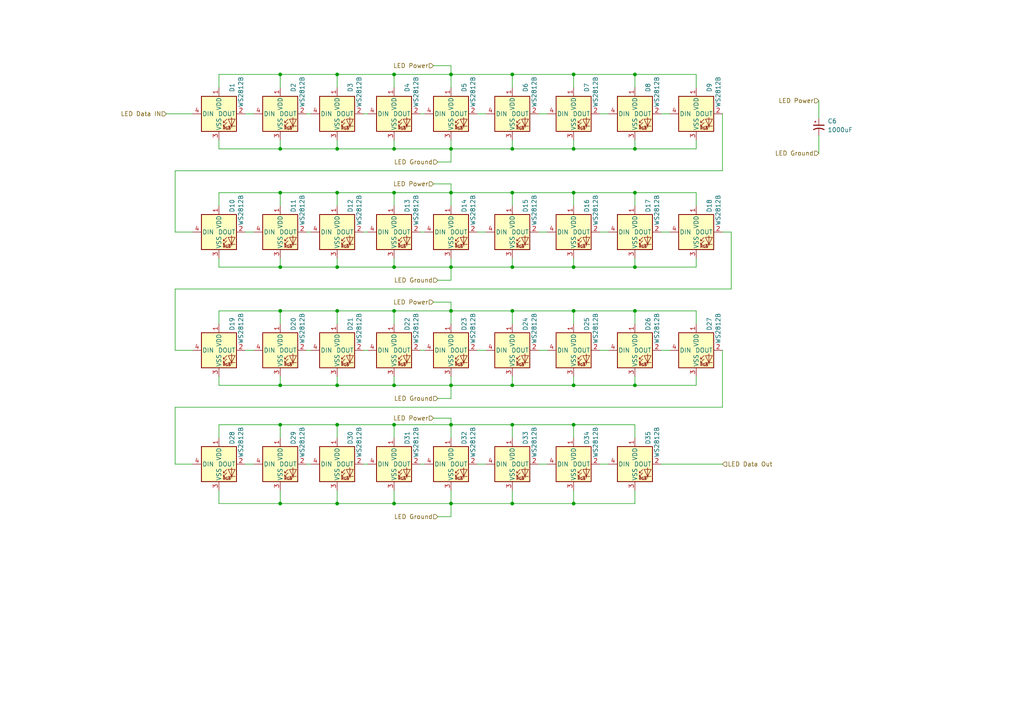
<source format=kicad_sch>
(kicad_sch (version 20211123) (generator eeschema)
  (paper "A4")
  (lib_symbols
    (symbol "Device:C_Polarized_Small_US" (pin_numbers hide) (pin_names (offset 0.254) hide)
      (property "Reference" "C" (at 0.254 1.778 0))
      (property "Value" "C_Polarized_Small_US" (at 0.254 -2.032 0))
      (symbol "C_Polarized_Small_US_0_1"
        (polyline (pts (xy -1.524 0.508) (xy 1.524 0.508)) (stroke (width 0.3048)))
        (polyline (pts (xy -1.27 1.524) (xy -0.762 1.524)))
        (polyline (pts (xy -1.016 1.27) (xy -1.016 1.778)))
        (arc (start 1.524 -0.762) (mid 0 -0.3734) (end -1.524 -0.762) (stroke (width 0.3048)))
      )
      (symbol "C_Polarized_Small_US_1_1"
        (pin passive line (at 0 2.54 270) (length 2.032) (name "~") (number "1"))
        (pin passive line (at 0 -2.54 90) (length 2.032) (name "~") (number "2"))
      )
    )
    (symbol "LED:WS2812B" (pin_names (offset 0.254))
      (property "Reference" "D" (at 5.08 5.715 0))
      (property "Value" "WS2812B" (at 1.27 -5.715 0))
      (symbol "WS2812B_0_0"
        (text "RGB" (at 2.286 -4.191 0) (effects (font (size 0.762 0.762))))
      )
      (symbol "WS2812B_0_1"
        (polyline (pts (xy 1.27 -3.556) (xy 1.778 -3.556)))
        (polyline (pts (xy 1.27 -2.54) (xy 1.778 -2.54)))
        (polyline (pts (xy 4.699 -3.556) (xy 2.667 -3.556)))
        (polyline (pts (xy 2.286 -2.54) (xy 1.27 -3.556) (xy 1.27 -3.048)))
        (polyline (pts (xy 2.286 -1.524) (xy 1.27 -2.54) (xy 1.27 -2.032)))
        (polyline (pts (xy 3.683 -1.016) (xy 3.683 -3.556) (xy 3.683 -4.064)))
        (polyline (pts (xy 4.699 -1.524) (xy 2.667 -1.524) (xy 3.683 -3.556) (xy 4.699 -1.524)))
        (rectangle (start 5.08 5.08) (end -5.08 -5.08) (stroke (width 0.254)) (fill (type background)))
      )
      (symbol "WS2812B_1_1"
        (pin power_in line (at 0 7.62 270) (length 2.54) (name "VDD") (number "1"))
        (pin output line (at 7.62 0 180) (length 2.54) (name "DOUT") (number "2"))
        (pin power_in line (at 0 -7.62 90) (length 2.54) (name "VSS") (number "3"))
        (pin input line (at -7.62 0 0) (length 2.54) (name "DIN") (number "4"))
      )
    )
  )
  (junction (at 97.79 77.47))
  (junction (at 148.59 43.18))
  (junction (at 184.15 90.17))
  (junction (at 81.28 43.18))
  (junction (at 130.81 146.05))
  (junction (at 148.59 21.59))
  (junction (at 130.81 55.88))
  (junction (at 81.28 123.19))
  (junction (at 97.79 123.19))
  (junction (at 148.59 111.76))
  (junction (at 166.37 55.88))
  (junction (at 148.59 90.17))
  (junction (at 81.28 21.59))
  (junction (at 81.28 146.05))
  (junction (at 97.79 21.59))
  (junction (at 81.28 90.17))
  (junction (at 130.81 21.59))
  (junction (at 184.15 21.59))
  (junction (at 130.81 90.17))
  (junction (at 114.3 55.88))
  (junction (at 81.28 77.47))
  (junction (at 97.79 90.17))
  (junction (at 148.59 146.05))
  (junction (at 184.15 43.18))
  (junction (at 81.28 55.88))
  (junction (at 81.28 111.76))
  (junction (at 184.15 55.88))
  (junction (at 184.15 77.47))
  (junction (at 166.37 43.18))
  (junction (at 148.59 77.47))
  (junction (at 130.81 43.18))
  (junction (at 166.37 146.05))
  (junction (at 166.37 77.47))
  (junction (at 166.37 90.17))
  (junction (at 130.81 123.19))
  (junction (at 148.59 55.88))
  (junction (at 114.3 146.05))
  (junction (at 97.79 43.18))
  (junction (at 166.37 111.76))
  (junction (at 166.37 21.59))
  (junction (at 97.79 146.05))
  (junction (at 130.81 111.76))
  (junction (at 184.15 111.76))
  (junction (at 97.79 55.88))
  (junction (at 114.3 77.47))
  (junction (at 114.3 21.59))
  (junction (at 114.3 90.17))
  (junction (at 130.81 77.47))
  (junction (at 97.79 111.76))
  (junction (at 166.37 123.19))
  (junction (at 114.3 123.19))
  (junction (at 114.3 111.76))
  (junction (at 148.59 123.19))
  (junction (at 114.3 43.18))
  (wire (pts (xy 81.28 90.17) (xy 63.5 90.17)))
  (wire (pts (xy 81.28 77.47) (xy 81.28 74.93)))
  (wire (pts (xy 148.59 111.76) (xy 148.59 109.22)))
  (wire (pts (xy 63.5 142.24) (xy 63.5 146.05)))
  (wire (pts (xy 166.37 43.18) (xy 184.15 43.18)))
  (wire (pts (xy 125.73 87.63) (xy 130.81 87.63)))
  (wire (pts (xy 97.79 90.17) (xy 114.3 90.17)))
  (wire (pts (xy 184.15 111.76) (xy 184.15 109.22)))
  (wire (pts (xy 97.79 111.76) (xy 114.3 111.76)))
  (wire (pts (xy 166.37 123.19) (xy 166.37 127)))
  (wire (pts (xy 114.3 146.05) (xy 130.81 146.05)))
  (wire (pts (xy 97.79 77.47) (xy 114.3 77.47)))
  (wire (pts (xy 184.15 55.88) (xy 201.93 55.88)))
  (wire (pts (xy 184.15 55.88) (xy 184.15 59.69)))
  (wire (pts (xy 130.81 111.76) (xy 130.81 115.57)))
  (wire (pts (xy 97.79 77.47) (xy 81.28 77.47)))
  (wire (pts (xy 130.81 81.28) (xy 127 81.28)))
  (wire (pts (xy 191.77 101.6) (xy 194.31 101.6)))
  (wire (pts (xy 130.81 121.285) (xy 125.73 121.285)))
  (wire (pts (xy 173.99 134.62) (xy 176.53 134.62)))
  (wire (pts (xy 173.99 67.31) (xy 176.53 67.31)))
  (wire (pts (xy 97.79 111.76) (xy 97.79 109.22)))
  (wire (pts (xy 97.79 123.19) (xy 114.3 123.19)))
  (wire (pts (xy 156.21 67.31) (xy 158.75 67.31)))
  (wire (pts (xy 81.28 90.17) (xy 81.28 93.98)))
  (wire (pts (xy 130.81 146.05) (xy 130.81 142.24)))
  (wire (pts (xy 166.37 111.76) (xy 166.37 109.22)))
  (wire (pts (xy 63.5 90.17) (xy 63.5 93.98)))
  (wire (pts (xy 184.15 43.18) (xy 184.15 40.64)))
  (wire (pts (xy 130.81 111.76) (xy 130.81 109.22)))
  (wire (pts (xy 121.92 134.62) (xy 123.19 134.62)))
  (wire (pts (xy 191.77 33.02) (xy 194.31 33.02)))
  (wire (pts (xy 130.81 46.99) (xy 127 46.99)))
  (wire (pts (xy 81.28 21.59) (xy 63.5 21.59)))
  (wire (pts (xy 121.92 33.02) (xy 123.19 33.02)))
  (wire (pts (xy 130.81 90.17) (xy 148.59 90.17)))
  (wire (pts (xy 148.59 90.17) (xy 148.59 93.98)))
  (wire (pts (xy 130.81 146.05) (xy 130.81 149.86)))
  (wire (pts (xy 114.3 43.18) (xy 130.81 43.18)))
  (wire (pts (xy 173.99 33.02) (xy 176.53 33.02)))
  (wire (pts (xy 63.5 146.05) (xy 81.28 146.05)))
  (wire (pts (xy 166.37 21.59) (xy 166.37 25.4)))
  (wire (pts (xy 81.28 111.76) (xy 63.5 111.76)))
  (wire (pts (xy 130.81 123.19) (xy 130.81 121.285)))
  (wire (pts (xy 166.37 90.17) (xy 184.15 90.17)))
  (wire (pts (xy 130.81 55.88) (xy 148.59 55.88)))
  (wire (pts (xy 81.28 90.17) (xy 97.79 90.17)))
  (wire (pts (xy 125.73 53.34) (xy 130.81 53.34)))
  (wire (pts (xy 81.28 21.59) (xy 97.79 21.59)))
  (wire (pts (xy 156.21 134.62) (xy 158.75 134.62)))
  (wire (pts (xy 130.81 19.05) (xy 130.81 21.59)))
  (wire (pts (xy 114.3 111.76) (xy 130.81 111.76)))
  (wire (pts (xy 138.43 134.62) (xy 140.97 134.62)))
  (wire (pts (xy 209.55 118.11) (xy 50.8 118.11)))
  (wire (pts (xy 81.28 123.19) (xy 97.79 123.19)))
  (wire (pts (xy 212.09 67.31) (xy 212.09 83.82)))
  (wire (pts (xy 148.59 43.18) (xy 148.59 40.64)))
  (wire (pts (xy 166.37 146.05) (xy 166.37 142.24)))
  (wire (pts (xy 130.81 43.18) (xy 148.59 43.18)))
  (wire (pts (xy 97.79 123.19) (xy 97.79 127)))
  (wire (pts (xy 130.81 43.18) (xy 130.81 46.99)))
  (wire (pts (xy 191.77 67.31) (xy 194.31 67.31)))
  (wire (pts (xy 209.55 33.02) (xy 209.55 49.53)))
  (wire (pts (xy 237.49 39.37) (xy 237.49 44.45)))
  (wire (pts (xy 201.93 109.22) (xy 201.93 111.76)))
  (wire (pts (xy 130.81 90.17) (xy 130.81 93.98)))
  (wire (pts (xy 166.37 90.17) (xy 166.37 93.98)))
  (wire (pts (xy 71.12 33.02) (xy 73.66 33.02)))
  (wire (pts (xy 81.28 111.76) (xy 81.28 109.22)))
  (wire (pts (xy 184.15 146.05) (xy 184.15 142.24)))
  (wire (pts (xy 209.55 101.6) (xy 209.55 118.11)))
  (wire (pts (xy 148.59 21.59) (xy 166.37 21.59)))
  (wire (pts (xy 114.3 123.19) (xy 114.3 127)))
  (wire (pts (xy 166.37 21.59) (xy 184.15 21.59)))
  (wire (pts (xy 81.28 55.88) (xy 97.79 55.88)))
  (wire (pts (xy 148.59 123.19) (xy 148.59 127)))
  (wire (pts (xy 130.81 123.19) (xy 130.81 127)))
  (wire (pts (xy 63.5 123.19) (xy 81.28 123.19)))
  (wire (pts (xy 81.28 77.47) (xy 63.5 77.47)))
  (wire (pts (xy 184.15 90.17) (xy 184.15 93.98)))
  (wire (pts (xy 184.15 111.76) (xy 201.93 111.76)))
  (wire (pts (xy 97.79 43.18) (xy 97.79 40.64)))
  (wire (pts (xy 71.12 134.62) (xy 73.66 134.62)))
  (wire (pts (xy 166.37 77.47) (xy 166.37 74.93)))
  (wire (pts (xy 201.93 40.64) (xy 201.93 43.18)))
  (wire (pts (xy 184.15 77.47) (xy 184.15 74.93)))
  (wire (pts (xy 173.99 101.6) (xy 176.53 101.6)))
  (wire (pts (xy 97.79 21.59) (xy 97.79 25.4)))
  (wire (pts (xy 71.12 101.6) (xy 73.66 101.6)))
  (wire (pts (xy 209.55 67.31) (xy 212.09 67.31)))
  (wire (pts (xy 97.79 55.88) (xy 114.3 55.88)))
  (wire (pts (xy 114.3 77.47) (xy 130.81 77.47)))
  (wire (pts (xy 212.09 83.82) (xy 50.8 83.82)))
  (wire (pts (xy 81.28 146.05) (xy 81.28 142.24)))
  (wire (pts (xy 97.79 146.05) (xy 114.3 146.05)))
  (wire (pts (xy 201.93 21.59) (xy 201.93 25.4)))
  (wire (pts (xy 130.81 115.57) (xy 127 115.57)))
  (wire (pts (xy 114.3 146.05) (xy 114.3 142.24)))
  (wire (pts (xy 130.81 55.88) (xy 130.81 59.69)))
  (wire (pts (xy 50.8 118.11) (xy 50.8 134.62)))
  (wire (pts (xy 88.9 101.6) (xy 90.17 101.6)))
  (wire (pts (xy 138.43 101.6) (xy 140.97 101.6)))
  (wire (pts (xy 130.81 87.63) (xy 130.81 90.17)))
  (wire (pts (xy 121.92 67.31) (xy 123.19 67.31)))
  (wire (pts (xy 97.79 77.47) (xy 97.79 74.93)))
  (wire (pts (xy 130.81 111.76) (xy 148.59 111.76)))
  (wire (pts (xy 148.59 90.17) (xy 166.37 90.17)))
  (wire (pts (xy 50.8 83.82) (xy 50.8 101.6)))
  (wire (pts (xy 130.81 21.59) (xy 130.81 25.4)))
  (wire (pts (xy 97.79 43.18) (xy 114.3 43.18)))
  (wire (pts (xy 81.28 123.19) (xy 81.28 127)))
  (wire (pts (xy 201.93 74.93) (xy 201.93 77.47)))
  (wire (pts (xy 148.59 55.88) (xy 166.37 55.88)))
  (wire (pts (xy 63.5 43.18) (xy 63.5 40.64)))
  (wire (pts (xy 105.41 67.31) (xy 106.68 67.31)))
  (wire (pts (xy 148.59 21.59) (xy 148.59 25.4)))
  (wire (pts (xy 50.8 49.53) (xy 50.8 67.31)))
  (wire (pts (xy 130.81 43.18) (xy 130.81 40.64)))
  (wire (pts (xy 97.79 55.88) (xy 97.79 59.69)))
  (wire (pts (xy 105.41 134.62) (xy 106.68 134.62)))
  (wire (pts (xy 148.59 77.47) (xy 166.37 77.47)))
  (wire (pts (xy 105.41 101.6) (xy 106.68 101.6)))
  (wire (pts (xy 184.15 21.59) (xy 184.15 25.4)))
  (wire (pts (xy 130.81 149.86) (xy 127 149.86)))
  (wire (pts (xy 191.77 134.62) (xy 209.55 134.62)))
  (wire (pts (xy 81.28 43.18) (xy 81.28 40.64)))
  (wire (pts (xy 63.5 55.88) (xy 63.5 59.69)))
  (wire (pts (xy 48.26 33.02) (xy 55.88 33.02)))
  (wire (pts (xy 130.81 77.47) (xy 130.81 81.28)))
  (wire (pts (xy 50.8 101.6) (xy 55.88 101.6)))
  (wire (pts (xy 125.73 19.05) (xy 130.81 19.05)))
  (wire (pts (xy 148.59 123.19) (xy 166.37 123.19)))
  (wire (pts (xy 63.5 77.47) (xy 63.5 74.93)))
  (wire (pts (xy 105.41 33.02) (xy 106.68 33.02)))
  (wire (pts (xy 88.9 33.02) (xy 90.17 33.02)))
  (wire (pts (xy 97.79 90.17) (xy 97.79 93.98)))
  (wire (pts (xy 81.28 146.05) (xy 97.79 146.05)))
  (wire (pts (xy 130.81 123.19) (xy 148.59 123.19)))
  (wire (pts (xy 148.59 55.88) (xy 148.59 59.69)))
  (wire (pts (xy 166.37 43.18) (xy 166.37 40.64)))
  (wire (pts (xy 166.37 77.47) (xy 184.15 77.47)))
  (wire (pts (xy 114.3 123.19) (xy 130.81 123.19)))
  (wire (pts (xy 237.49 29.21) (xy 237.49 34.29)))
  (wire (pts (xy 50.8 67.31) (xy 55.88 67.31)))
  (wire (pts (xy 148.59 111.76) (xy 166.37 111.76)))
  (wire (pts (xy 201.93 90.17) (xy 201.93 93.98)))
  (wire (pts (xy 81.28 21.59) (xy 81.28 25.4)))
  (wire (pts (xy 114.3 21.59) (xy 130.81 21.59)))
  (wire (pts (xy 63.5 111.76) (xy 63.5 109.22)))
  (wire (pts (xy 184.15 123.19) (xy 184.15 127)))
  (wire (pts (xy 114.3 21.59) (xy 114.3 25.4)))
  (wire (pts (xy 97.79 21.59) (xy 114.3 21.59)))
  (wire (pts (xy 88.9 67.31) (xy 90.17 67.31)))
  (wire (pts (xy 148.59 43.18) (xy 166.37 43.18)))
  (wire (pts (xy 97.79 43.18) (xy 81.28 43.18)))
  (wire (pts (xy 184.15 77.47) (xy 201.93 77.47)))
  (wire (pts (xy 114.3 55.88) (xy 114.3 59.69)))
  (wire (pts (xy 81.28 55.88) (xy 63.5 55.88)))
  (wire (pts (xy 130.81 146.05) (xy 148.59 146.05)))
  (wire (pts (xy 166.37 123.19) (xy 184.15 123.19)))
  (wire (pts (xy 114.3 90.17) (xy 114.3 93.98)))
  (wire (pts (xy 138.43 33.02) (xy 140.97 33.02)))
  (wire (pts (xy 97.79 111.76) (xy 81.28 111.76)))
  (wire (pts (xy 148.59 146.05) (xy 148.59 142.24)))
  (wire (pts (xy 71.12 67.31) (xy 73.66 67.31)))
  (wire (pts (xy 114.3 90.17) (xy 130.81 90.17)))
  (wire (pts (xy 184.15 90.17) (xy 201.93 90.17)))
  (wire (pts (xy 166.37 111.76) (xy 184.15 111.76)))
  (wire (pts (xy 130.81 53.34) (xy 130.81 55.88)))
  (wire (pts (xy 184.15 43.18) (xy 201.93 43.18)))
  (wire (pts (xy 130.81 77.47) (xy 148.59 77.47)))
  (wire (pts (xy 184.15 21.59) (xy 201.93 21.59)))
  (wire (pts (xy 156.21 33.02) (xy 158.75 33.02)))
  (wire (pts (xy 81.28 43.18) (xy 63.5 43.18)))
  (wire (pts (xy 166.37 146.05) (xy 184.15 146.05)))
  (wire (pts (xy 166.37 55.88) (xy 166.37 59.69)))
  (wire (pts (xy 201.93 55.88) (xy 201.93 59.69)))
  (wire (pts (xy 166.37 55.88) (xy 184.15 55.88)))
  (wire (pts (xy 81.28 55.88) (xy 81.28 59.69)))
  (wire (pts (xy 148.59 146.05) (xy 166.37 146.05)))
  (wire (pts (xy 114.3 55.88) (xy 130.81 55.88)))
  (wire (pts (xy 50.8 134.62) (xy 55.88 134.62)))
  (wire (pts (xy 156.21 101.6) (xy 158.75 101.6)))
  (wire (pts (xy 148.59 77.47) (xy 148.59 74.93)))
  (wire (pts (xy 138.43 67.31) (xy 140.97 67.31)))
  (wire (pts (xy 63.5 21.59) (xy 63.5 25.4)))
  (wire (pts (xy 114.3 43.18) (xy 114.3 40.64)))
  (wire (pts (xy 63.5 127) (xy 63.5 123.19)))
  (wire (pts (xy 121.92 101.6) (xy 123.19 101.6)))
  (wire (pts (xy 97.79 146.05) (xy 97.79 142.24)))
  (wire (pts (xy 88.9 134.62) (xy 90.17 134.62)))
  (wire (pts (xy 130.81 21.59) (xy 148.59 21.59)))
  (wire (pts (xy 114.3 77.47) (xy 114.3 74.93)))
  (wire (pts (xy 209.55 49.53) (xy 50.8 49.53)))
  (wire (pts (xy 130.81 77.47) (xy 130.81 74.93)))
  (wire (pts (xy 114.3 111.76) (xy 114.3 109.22)))
  (hierarchical_label "LED Ground" (shape input) (at 237.49 44.45 180))
  (hierarchical_label "LED Data IN" (shape input) (at 48.26 33.02 180))
  (hierarchical_label "LED Power" (shape input) (at 125.73 53.34 180))
  (hierarchical_label "LED Power" (shape input) (at 237.49 29.21 180))
  (hierarchical_label "LED Ground" (shape input) (at 127 46.99 180))
  (hierarchical_label "LED Power" (shape input) (at 125.73 87.63 180))
  (hierarchical_label "LED Ground" (shape input) (at 127 149.86 180))
  (hierarchical_label "LED Data Out" (shape input) (at 209.55 134.62 0))
  (hierarchical_label "LED Ground" (shape input) (at 127 81.28 180))
  (hierarchical_label "LED Power" (shape input) (at 125.73 19.05 180))
  (hierarchical_label "LED Ground" (shape input) (at 127 115.57 180))
  (hierarchical_label "LED Power" (shape input) (at 125.73 121.285 180))
  (symbol (lib_id "LED:WS2812B") (at 166.37 101.6 0) (unit 1)
    (property "Reference" "D25" (at 170.18 93.98 90))
    (property "Value" "WS2812B" (at 172.72 95.25 90))
    (property "Footprint" "LED_SMD:LED_WS2812B_PLCC4_5.0x5.0mm_P3.2mm" (effects hide))
    (property "Datasheet" "https://cdn-shop.adafruit.com/datasheets/WS2812B.pdf" (effects hide))
  )
  (symbol (lib_id "LED:WS2812B") (at 130.81 134.62 0) (unit 1)
    (property "Reference" "D32" (at 134.62 127 90))
    (property "Value" "WS2812B" (at 137.16 128.27 90))
    (property "Footprint" "LED_SMD:LED_WS2812B_PLCC4_5.0x5.0mm_P3.2mm" (effects hide))
    (property "Datasheet" "https://cdn-shop.adafruit.com/datasheets/WS2812B.pdf" (effects hide))
  )
  (symbol (lib_id "LED:WS2812B") (at 148.59 33.02 0) (unit 1)
    (property "Reference" "D6" (at 152.4 25.4 90))
    (property "Value" "WS2812B" (at 154.94 26.67 90))
    (property "Footprint" "LED_SMD:LED_WS2812B_PLCC4_5.0x5.0mm_P3.2mm" (effects hide))
    (property "Datasheet" "https://cdn-shop.adafruit.com/datasheets/WS2812B.pdf" (effects hide))
  )
  (symbol (lib_id "LED:WS2812B") (at 114.3 134.62 0) (unit 1)
    (property "Reference" "D31" (at 118.11 127 90))
    (property "Value" "WS2812B" (at 120.65 128.27 90))
    (property "Footprint" "LED_SMD:LED_WS2812B_PLCC4_5.0x5.0mm_P3.2mm" (effects hide))
    (property "Datasheet" "https://cdn-shop.adafruit.com/datasheets/WS2812B.pdf" (effects hide))
  )
  (symbol (lib_id "LED:WS2812B") (at 130.81 33.02 0) (unit 1)
    (property "Reference" "D5" (at 134.62 25.4 90))
    (property "Value" "WS2812B" (at 137.16 26.67 90))
    (property "Footprint" "LED_SMD:LED_WS2812B_PLCC4_5.0x5.0mm_P3.2mm" (effects hide))
    (property "Datasheet" "https://cdn-shop.adafruit.com/datasheets/WS2812B.pdf" (effects hide))
  )
  (symbol (lib_id "LED:WS2812B") (at 114.3 67.31 0) (unit 1)
    (property "Reference" "D13" (at 118.11 59.69 90))
    (property "Value" "WS2812B" (at 120.65 60.96 90))
    (property "Footprint" "LED_SMD:LED_WS2812B_PLCC4_5.0x5.0mm_P3.2mm" (effects hide))
    (property "Datasheet" "https://cdn-shop.adafruit.com/datasheets/WS2812B.pdf" (effects hide))
  )
  (symbol (lib_id "LED:WS2812B") (at 63.5 67.31 0) (unit 1)
    (property "Reference" "D10" (at 67.31 59.69 90))
    (property "Value" "WS2812B" (at 69.85 60.96 90))
    (property "Footprint" "LED_SMD:LED_WS2812B_PLCC4_5.0x5.0mm_P3.2mm" (effects hide))
    (property "Datasheet" "https://cdn-shop.adafruit.com/datasheets/WS2812B.pdf" (effects hide))
  )
  (symbol (lib_id "LED:WS2812B") (at 201.93 33.02 0) (unit 1)
    (property "Reference" "D9" (at 205.74 25.4 90))
    (property "Value" "WS2812B" (at 208.28 26.67 90))
    (property "Footprint" "LED_SMD:LED_WS2812B_PLCC4_5.0x5.0mm_P3.2mm" (effects hide))
    (property "Datasheet" "https://cdn-shop.adafruit.com/datasheets/WS2812B.pdf" (effects hide))
  )
  (symbol (lib_id "LED:WS2812B") (at 81.28 67.31 0) (unit 1)
    (property "Reference" "D11" (at 85.09 59.69 90))
    (property "Value" "WS2812B" (at 87.63 60.96 90))
    (property "Footprint" "LED_SMD:LED_WS2812B_PLCC4_5.0x5.0mm_P3.2mm" (effects hide))
    (property "Datasheet" "https://cdn-shop.adafruit.com/datasheets/WS2812B.pdf" (effects hide))
  )
  (symbol (lib_id "LED:WS2812B") (at 63.5 101.6 0) (unit 1)
    (property "Reference" "D19" (at 67.31 93.98 90))
    (property "Value" "WS2812B" (at 69.85 95.25 90))
    (property "Footprint" "LED_SMD:LED_WS2812B_PLCC4_5.0x5.0mm_P3.2mm" (effects hide))
    (property "Datasheet" "https://cdn-shop.adafruit.com/datasheets/WS2812B.pdf" (effects hide))
  )
  (symbol (lib_id "LED:WS2812B") (at 114.3 101.6 0) (unit 1)
    (property "Reference" "D22" (at 118.11 93.98 90))
    (property "Value" "WS2812B" (at 120.65 95.25 90))
    (property "Footprint" "LED_SMD:LED_WS2812B_PLCC4_5.0x5.0mm_P3.2mm" (effects hide))
    (property "Datasheet" "https://cdn-shop.adafruit.com/datasheets/WS2812B.pdf" (effects hide))
  )
  (symbol (lib_id "LED:WS2812B") (at 63.5 134.62 0) (unit 1)
    (property "Reference" "D28" (at 67.31 127 90))
    (property "Value" "WS2812B" (at 69.85 128.27 90))
    (property "Footprint" "LED_SMD:LED_WS2812B_PLCC4_5.0x5.0mm_P3.2mm" (effects hide))
    (property "Datasheet" "https://cdn-shop.adafruit.com/datasheets/WS2812B.pdf" (effects hide))
  )
  (symbol (lib_id "LED:WS2812B") (at 148.59 134.62 0) (unit 1)
    (property "Reference" "D33" (at 152.4 127 90))
    (property "Value" "WS2812B" (at 154.94 128.27 90))
    (property "Footprint" "LED_SMD:LED_WS2812B_PLCC4_5.0x5.0mm_P3.2mm" (effects hide))
    (property "Datasheet" "https://cdn-shop.adafruit.com/datasheets/WS2812B.pdf" (effects hide))
  )
  (symbol (lib_id "LED:WS2812B") (at 97.79 33.02 0) (unit 1)
    (property "Reference" "D3" (at 101.6 25.4 90))
    (property "Value" "WS2812B" (at 104.14 26.67 90))
    (property "Footprint" "LED_SMD:LED_WS2812B_PLCC4_5.0x5.0mm_P3.2mm" (effects hide))
    (property "Datasheet" "https://cdn-shop.adafruit.com/datasheets/WS2812B.pdf" (effects hide))
  )
  (symbol (lib_id "LED:WS2812B") (at 201.93 67.31 0) (unit 1)
    (property "Reference" "D18" (at 205.74 59.69 90))
    (property "Value" "WS2812B" (at 208.28 60.96 90))
    (property "Footprint" "LED_SMD:LED_WS2812B_PLCC4_5.0x5.0mm_P3.2mm" (effects hide))
    (property "Datasheet" "https://cdn-shop.adafruit.com/datasheets/WS2812B.pdf" (effects hide))
  )
  (symbol (lib_id "LED:WS2812B") (at 201.93 101.6 0) (unit 1)
    (property "Reference" "D27" (at 205.74 93.98 90))
    (property "Value" "WS2812B" (at 208.28 95.25 90))
    (property "Footprint" "LED_SMD:LED_WS2812B_PLCC4_5.0x5.0mm_P3.2mm" (effects hide))
    (property "Datasheet" "https://cdn-shop.adafruit.com/datasheets/WS2812B.pdf" (effects hide))
  )
  (symbol (lib_id "LED:WS2812B") (at 63.5 33.02 0) (unit 1)
    (property "Reference" "D1" (at 67.31 25.4 90))
    (property "Value" "WS2812B" (at 69.85 26.67 90))
    (property "Footprint" "LED_SMD:LED_WS2812B_PLCC4_5.0x5.0mm_P3.2mm" (effects hide))
    (property "Datasheet" "https://cdn-shop.adafruit.com/datasheets/WS2812B.pdf" (effects hide))
  )
  (symbol (lib_id "LED:WS2812B") (at 166.37 134.62 0) (unit 1)
    (property "Reference" "D34" (at 170.18 127 90))
    (property "Value" "WS2812B" (at 172.72 128.27 90))
    (property "Footprint" "LED_SMD:LED_WS2812B_PLCC4_5.0x5.0mm_P3.2mm" (effects hide))
    (property "Datasheet" "https://cdn-shop.adafruit.com/datasheets/WS2812B.pdf" (effects hide))
  )
  (symbol (lib_id "LED:WS2812B") (at 184.15 67.31 0) (unit 1)
    (property "Reference" "D17" (at 187.96 59.69 90))
    (property "Value" "WS2812B" (at 190.5 60.96 90))
    (property "Footprint" "LED_SMD:LED_WS2812B_PLCC4_5.0x5.0mm_P3.2mm" (effects hide))
    (property "Datasheet" "https://cdn-shop.adafruit.com/datasheets/WS2812B.pdf" (effects hide))
  )
  (symbol (lib_id "LED:WS2812B") (at 184.15 134.62 0) (unit 1)
    (property "Reference" "D35" (at 187.96 127 90))
    (property "Value" "WS2812B" (at 190.5 128.27 90))
    (property "Footprint" "LED_SMD:LED_WS2812B_PLCC4_5.0x5.0mm_P3.2mm" (effects hide))
    (property "Datasheet" "https://cdn-shop.adafruit.com/datasheets/WS2812B.pdf" (effects hide))
  )
  (symbol (lib_id "LED:WS2812B") (at 184.15 101.6 0) (unit 1)
    (property "Reference" "D26" (at 187.96 93.98 90))
    (property "Value" "WS2812B" (at 190.5 95.25 90))
    (property "Footprint" "LED_SMD:LED_WS2812B_PLCC4_5.0x5.0mm_P3.2mm" (effects hide))
    (property "Datasheet" "https://cdn-shop.adafruit.com/datasheets/WS2812B.pdf" (effects hide))
  )
  (symbol (lib_id "LED:WS2812B") (at 97.79 67.31 0) (unit 1)
    (property "Reference" "D12" (at 101.6 59.69 90))
    (property "Value" "WS2812B" (at 104.14 60.96 90))
    (property "Footprint" "LED_SMD:LED_WS2812B_PLCC4_5.0x5.0mm_P3.2mm" (effects hide))
    (property "Datasheet" "https://cdn-shop.adafruit.com/datasheets/WS2812B.pdf" (effects hide))
  )
  (symbol (lib_id "LED:WS2812B") (at 130.81 67.31 0) (unit 1)
    (property "Reference" "D14" (at 134.62 59.69 90))
    (property "Value" "WS2812B" (at 137.16 60.96 90))
    (property "Footprint" "LED_SMD:LED_WS2812B_PLCC4_5.0x5.0mm_P3.2mm" (effects hide))
    (property "Datasheet" "https://cdn-shop.adafruit.com/datasheets/WS2812B.pdf" (effects hide))
  )
  (symbol (lib_id "LED:WS2812B") (at 148.59 67.31 0) (unit 1)
    (property "Reference" "D15" (at 152.4 59.69 90))
    (property "Value" "WS2812B" (at 154.94 60.96 90))
    (property "Footprint" "LED_SMD:LED_WS2812B_PLCC4_5.0x5.0mm_P3.2mm" (effects hide))
    (property "Datasheet" "https://cdn-shop.adafruit.com/datasheets/WS2812B.pdf" (effects hide))
  )
  (symbol (lib_id "Device:C_Polarized_Small_US") (at 237.49 36.83 0) (unit 1)
    (property "Reference" "C6" (at 240.03 35.1281 0) (effects (justify left)))
    (property "Value" "1000uF" (at 240.03 37.6681 0) (effects (justify left)))
    (property "Footprint" "Capacitor_SMD:C_Elec_8x10.2" (effects hide))
  )
  (symbol (lib_id "LED:WS2812B") (at 114.3 33.02 0) (unit 1)
    (property "Reference" "D4" (at 118.11 25.4 90))
    (property "Value" "WS2812B" (at 120.65 26.67 90))
    (property "Footprint" "LED_SMD:LED_WS2812B_PLCC4_5.0x5.0mm_P3.2mm" (effects hide))
    (property "Datasheet" "https://cdn-shop.adafruit.com/datasheets/WS2812B.pdf" (effects hide))
  )
  (symbol (lib_id "LED:WS2812B") (at 130.81 101.6 0) (unit 1)
    (property "Reference" "D23" (at 134.62 93.98 90))
    (property "Value" "WS2812B" (at 137.16 95.25 90))
    (property "Footprint" "LED_SMD:LED_WS2812B_PLCC4_5.0x5.0mm_P3.2mm" (effects hide))
    (property "Datasheet" "https://cdn-shop.adafruit.com/datasheets/WS2812B.pdf" (effects hide))
  )
  (symbol (lib_id "LED:WS2812B") (at 166.37 67.31 0) (unit 1)
    (property "Reference" "D16" (at 170.18 59.69 90))
    (property "Value" "WS2812B" (at 172.72 60.96 90))
    (property "Footprint" "LED_SMD:LED_WS2812B_PLCC4_5.0x5.0mm_P3.2mm" (effects hide))
    (property "Datasheet" "https://cdn-shop.adafruit.com/datasheets/WS2812B.pdf" (effects hide))
  )
  (symbol (lib_id "LED:WS2812B") (at 148.59 101.6 0) (unit 1)
    (property "Reference" "D24" (at 152.4 93.98 90))
    (property "Value" "WS2812B" (at 154.94 95.25 90))
    (property "Footprint" "LED_SMD:LED_WS2812B_PLCC4_5.0x5.0mm_P3.2mm" (effects hide))
    (property "Datasheet" "https://cdn-shop.adafruit.com/datasheets/WS2812B.pdf" (effects hide))
  )
  (symbol (lib_id "LED:WS2812B") (at 81.28 134.62 0) (unit 1)
    (property "Reference" "D29" (at 85.09 127 90))
    (property "Value" "WS2812B" (at 87.63 128.27 90))
    (property "Footprint" "LED_SMD:LED_WS2812B_PLCC4_5.0x5.0mm_P3.2mm" (effects hide))
    (property "Datasheet" "https://cdn-shop.adafruit.com/datasheets/WS2812B.pdf" (effects hide))
  )
  (symbol (lib_id "LED:WS2812B") (at 166.37 33.02 0) (unit 1)
    (property "Reference" "D7" (at 170.18 25.4 90))
    (property "Value" "WS2812B" (at 172.72 26.67 90))
    (property "Footprint" "LED_SMD:LED_WS2812B_PLCC4_5.0x5.0mm_P3.2mm" (effects hide))
    (property "Datasheet" "https://cdn-shop.adafruit.com/datasheets/WS2812B.pdf" (effects hide))
  )
  (symbol (lib_id "LED:WS2812B") (at 81.28 33.02 0) (unit 1)
    (property "Reference" "D2" (at 85.09 25.4 90))
    (property "Value" "WS2812B" (at 87.63 26.67 90))
    (property "Footprint" "LED_SMD:LED_WS2812B_PLCC4_5.0x5.0mm_P3.2mm" (effects hide))
    (property "Datasheet" "https://cdn-shop.adafruit.com/datasheets/WS2812B.pdf" (effects hide))
  )
  (symbol (lib_id "LED:WS2812B") (at 184.15 33.02 0) (unit 1)
    (property "Reference" "D8" (at 187.96 25.4 90))
    (property "Value" "WS2812B" (at 190.5 26.67 90))
    (property "Footprint" "LED_SMD:LED_WS2812B_PLCC4_5.0x5.0mm_P3.2mm" (effects hide))
    (property "Datasheet" "https://cdn-shop.adafruit.com/datasheets/WS2812B.pdf" (effects hide))
  )
  (symbol (lib_id "LED:WS2812B") (at 81.28 101.6 0) (unit 1)
    (property "Reference" "D20" (at 85.09 93.98 90))
    (property "Value" "WS2812B" (at 87.63 95.25 90))
    (property "Footprint" "LED_SMD:LED_WS2812B_PLCC4_5.0x5.0mm_P3.2mm" (effects hide))
    (property "Datasheet" "https://cdn-shop.adafruit.com/datasheets/WS2812B.pdf" (effects hide))
  )
  (symbol (lib_id "LED:WS2812B") (at 97.79 134.62 0) (unit 1)
    (property "Reference" "D30" (at 101.6 127 90))
    (property "Value" "WS2812B" (at 104.14 128.27 90))
    (property "Footprint" "LED_SMD:LED_WS2812B_PLCC4_5.0x5.0mm_P3.2mm" (effects hide))
    (property "Datasheet" "https://cdn-shop.adafruit.com/datasheets/WS2812B.pdf" (effects hide))
  )
  (symbol (lib_id "LED:WS2812B") (at 97.79 101.6 0) (unit 1)
    (property "Reference" "D21" (at 101.6 93.98 90))
    (property "Value" "WS2812B" (at 104.14 95.25 90))
    (property "Footprint" "LED_SMD:LED_WS2812B_PLCC4_5.0x5.0mm_P3.2mm" (effects hide))
    (property "Datasheet" "https://cdn-shop.adafruit.com/datasheets/WS2812B.pdf" (effects hide))
  )
)
</source>
